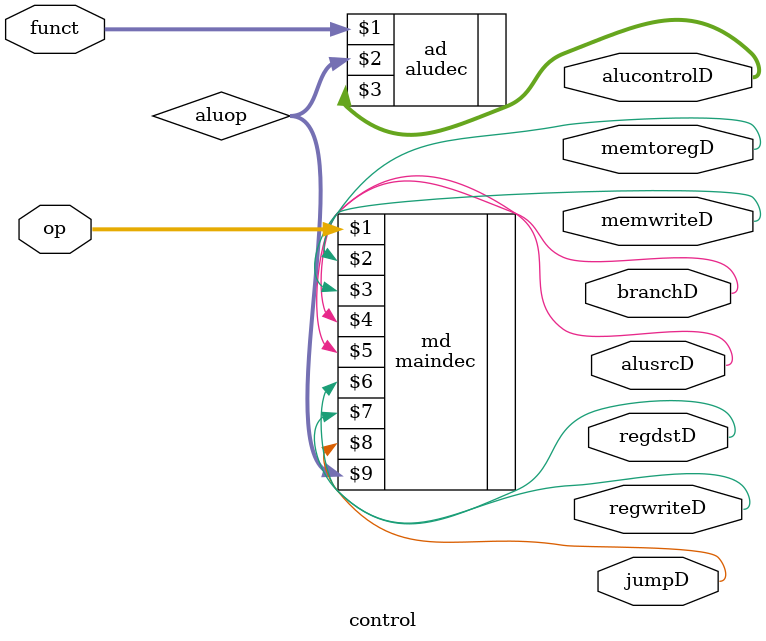
<source format=sv>
`timescale 1ns / 1ps


module control(
    input logic [5:0] op,
    input logic [5:0] funct,
    output logic regwriteD,
    output logic memtoregD,
    output logic memwriteD,
    output logic [2:0] alucontrolD,
    output logic alusrcD,
    output logic regdstD,
    output logic branchD,
    output logic jumpD
    );
    logic [1:0] aluop;
    logic branch;
    
    maindec md(op, memtoregD, memwriteD, branchD, alusrcD, regdstD, regwriteD, jumpD, aluop);
    aludec  ad(funct, aluop, alucontrolD);
    
    
    
    
endmodule


</source>
